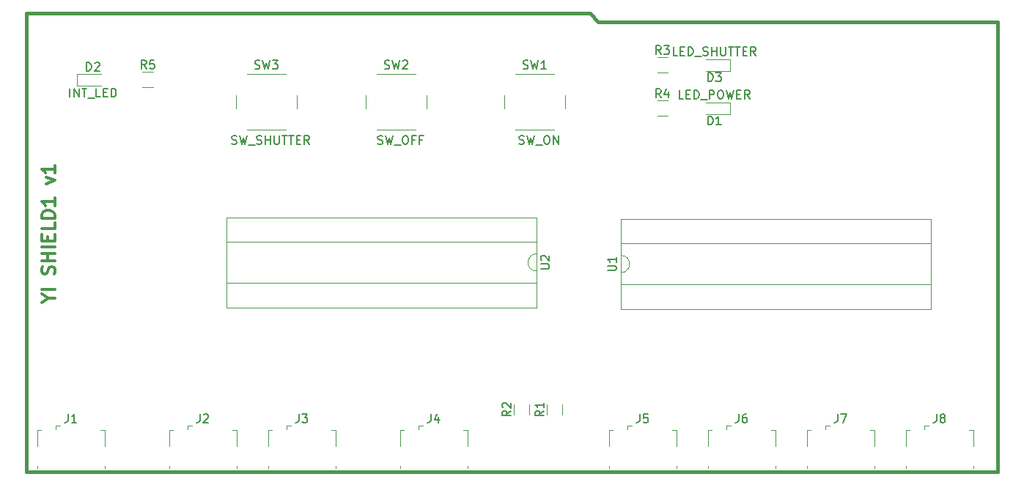
<source format=gbr>
G04 #@! TF.FileFunction,Legend,Top*
%FSLAX46Y46*%
G04 Gerber Fmt 4.6, Leading zero omitted, Abs format (unit mm)*
G04 Created by KiCad (PCBNEW 4.0.7) date 09/05/17 21:12:23*
%MOMM*%
%LPD*%
G01*
G04 APERTURE LIST*
%ADD10C,0.100000*%
%ADD11C,0.381000*%
%ADD12C,0.120000*%
%ADD13C,0.304800*%
%ADD14C,0.150000*%
G04 APERTURE END LIST*
D10*
D11*
X213626100Y-52003600D02*
X214601100Y-53003600D01*
X214601100Y-53003600D02*
X260726100Y-53003600D01*
X260726100Y-53003600D02*
X260751100Y-105003600D01*
X213676100Y-52003600D02*
X148501100Y-52003600D01*
X260701100Y-105003600D02*
X148501100Y-105003600D01*
X148501100Y-105003600D02*
X148501100Y-52003600D01*
D12*
X229800000Y-63700000D02*
X229800000Y-62300000D01*
X229800000Y-62300000D02*
X227000000Y-62300000D01*
X229800000Y-63700000D02*
X227000000Y-63700000D01*
X154410000Y-58990000D02*
X154410000Y-60390000D01*
X154410000Y-60390000D02*
X157210000Y-60390000D01*
X154410000Y-58990000D02*
X157210000Y-58990000D01*
X229800000Y-58700000D02*
X229800000Y-57300000D01*
X229800000Y-57300000D02*
X227000000Y-57300000D01*
X229800000Y-58700000D02*
X227000000Y-58700000D01*
X149770000Y-100220000D02*
X150220000Y-100220000D01*
X149770000Y-102070000D02*
X149770000Y-100220000D01*
X157570000Y-104620000D02*
X157570000Y-104370000D01*
X149770000Y-104620000D02*
X149770000Y-104370000D01*
X157570000Y-102070000D02*
X157570000Y-100220000D01*
X157570000Y-100220000D02*
X157120000Y-100220000D01*
X151970000Y-99670000D02*
X152420000Y-99670000D01*
X151970000Y-99670000D02*
X151970000Y-100120000D01*
X165010000Y-100220000D02*
X165460000Y-100220000D01*
X165010000Y-102070000D02*
X165010000Y-100220000D01*
X172810000Y-104620000D02*
X172810000Y-104370000D01*
X165010000Y-104620000D02*
X165010000Y-104370000D01*
X172810000Y-102070000D02*
X172810000Y-100220000D01*
X172810000Y-100220000D02*
X172360000Y-100220000D01*
X167210000Y-99670000D02*
X167660000Y-99670000D01*
X167210000Y-99670000D02*
X167210000Y-100120000D01*
X176440000Y-100220000D02*
X176890000Y-100220000D01*
X176440000Y-102070000D02*
X176440000Y-100220000D01*
X184240000Y-104620000D02*
X184240000Y-104370000D01*
X176440000Y-104620000D02*
X176440000Y-104370000D01*
X184240000Y-102070000D02*
X184240000Y-100220000D01*
X184240000Y-100220000D02*
X183790000Y-100220000D01*
X178640000Y-99670000D02*
X179090000Y-99670000D01*
X178640000Y-99670000D02*
X178640000Y-100120000D01*
X191680000Y-100220000D02*
X192130000Y-100220000D01*
X191680000Y-102070000D02*
X191680000Y-100220000D01*
X199480000Y-104620000D02*
X199480000Y-104370000D01*
X191680000Y-104620000D02*
X191680000Y-104370000D01*
X199480000Y-102070000D02*
X199480000Y-100220000D01*
X199480000Y-100220000D02*
X199030000Y-100220000D01*
X193880000Y-99670000D02*
X194330000Y-99670000D01*
X193880000Y-99670000D02*
X193880000Y-100120000D01*
X215810000Y-100220000D02*
X216260000Y-100220000D01*
X215810000Y-102070000D02*
X215810000Y-100220000D01*
X223610000Y-104620000D02*
X223610000Y-104370000D01*
X215810000Y-104620000D02*
X215810000Y-104370000D01*
X223610000Y-102070000D02*
X223610000Y-100220000D01*
X223610000Y-100220000D02*
X223160000Y-100220000D01*
X218010000Y-99670000D02*
X218460000Y-99670000D01*
X218010000Y-99670000D02*
X218010000Y-100120000D01*
X227240000Y-100220000D02*
X227690000Y-100220000D01*
X227240000Y-102070000D02*
X227240000Y-100220000D01*
X235040000Y-104620000D02*
X235040000Y-104370000D01*
X227240000Y-104620000D02*
X227240000Y-104370000D01*
X235040000Y-102070000D02*
X235040000Y-100220000D01*
X235040000Y-100220000D02*
X234590000Y-100220000D01*
X229440000Y-99670000D02*
X229890000Y-99670000D01*
X229440000Y-99670000D02*
X229440000Y-100120000D01*
X238670000Y-100220000D02*
X239120000Y-100220000D01*
X238670000Y-102070000D02*
X238670000Y-100220000D01*
X246470000Y-104620000D02*
X246470000Y-104370000D01*
X238670000Y-104620000D02*
X238670000Y-104370000D01*
X246470000Y-102070000D02*
X246470000Y-100220000D01*
X246470000Y-100220000D02*
X246020000Y-100220000D01*
X240870000Y-99670000D02*
X241320000Y-99670000D01*
X240870000Y-99670000D02*
X240870000Y-100120000D01*
X250100000Y-100220000D02*
X250550000Y-100220000D01*
X250100000Y-102070000D02*
X250100000Y-100220000D01*
X257900000Y-104620000D02*
X257900000Y-104370000D01*
X250100000Y-104620000D02*
X250100000Y-104370000D01*
X257900000Y-102070000D02*
X257900000Y-100220000D01*
X257900000Y-100220000D02*
X257450000Y-100220000D01*
X252300000Y-99670000D02*
X252750000Y-99670000D01*
X252300000Y-99670000D02*
X252300000Y-100120000D01*
X210430000Y-97190000D02*
X210430000Y-98390000D01*
X208670000Y-98390000D02*
X208670000Y-97190000D01*
X206620000Y-97190000D02*
X206620000Y-98390000D01*
X204860000Y-98390000D02*
X204860000Y-97190000D01*
X222600000Y-58880000D02*
X221400000Y-58880000D01*
X221400000Y-57120000D02*
X222600000Y-57120000D01*
X222600000Y-63880000D02*
X221400000Y-63880000D01*
X221400000Y-62120000D02*
X222600000Y-62120000D01*
X163160000Y-60570000D02*
X161960000Y-60570000D01*
X161960000Y-58810000D02*
X163160000Y-58810000D01*
X205000000Y-65500000D02*
X209500000Y-65500000D01*
X203750000Y-61500000D02*
X203750000Y-63000000D01*
X209500000Y-59000000D02*
X205000000Y-59000000D01*
X210750000Y-63000000D02*
X210750000Y-61500000D01*
X189000000Y-65500000D02*
X193500000Y-65500000D01*
X187750000Y-61500000D02*
X187750000Y-63000000D01*
X193500000Y-59000000D02*
X189000000Y-59000000D01*
X194750000Y-63000000D02*
X194750000Y-61500000D01*
X174000000Y-65500000D02*
X178500000Y-65500000D01*
X172750000Y-61500000D02*
X172750000Y-63000000D01*
X178500000Y-59000000D02*
X174000000Y-59000000D01*
X179750000Y-63000000D02*
X179750000Y-61500000D01*
X217210000Y-81990000D02*
X217210000Y-83360000D01*
X217210000Y-83360000D02*
X253010000Y-83360000D01*
X253010000Y-83360000D02*
X253010000Y-78620000D01*
X253010000Y-78620000D02*
X217210000Y-78620000D01*
X217210000Y-78620000D02*
X217210000Y-79990000D01*
X217210000Y-86190000D02*
X253010000Y-86190000D01*
X253010000Y-86190000D02*
X253010000Y-75790000D01*
X253010000Y-75790000D02*
X217210000Y-75790000D01*
X217210000Y-75790000D02*
X217210000Y-86190000D01*
X217210000Y-79990000D02*
G75*
G02X217210000Y-81990000I0J-1000000D01*
G01*
X207490000Y-79810000D02*
X207490000Y-78440000D01*
X207490000Y-78440000D02*
X171690000Y-78440000D01*
X171690000Y-78440000D02*
X171690000Y-83180000D01*
X171690000Y-83180000D02*
X207490000Y-83180000D01*
X207490000Y-83180000D02*
X207490000Y-81810000D01*
X207490000Y-75610000D02*
X171690000Y-75610000D01*
X171690000Y-75610000D02*
X171690000Y-86010000D01*
X171690000Y-86010000D02*
X207490000Y-86010000D01*
X207490000Y-86010000D02*
X207490000Y-75610000D01*
X207490000Y-81810000D02*
G75*
G02X207490000Y-79810000I0J1000000D01*
G01*
D13*
X151093714Y-84981143D02*
X151819429Y-84981143D01*
X150295429Y-85489143D02*
X151093714Y-84981143D01*
X150295429Y-84473143D01*
X151819429Y-83965143D02*
X150295429Y-83965143D01*
X151746857Y-82150857D02*
X151819429Y-81933143D01*
X151819429Y-81570286D01*
X151746857Y-81425143D01*
X151674286Y-81352572D01*
X151529143Y-81280000D01*
X151384000Y-81280000D01*
X151238857Y-81352572D01*
X151166286Y-81425143D01*
X151093714Y-81570286D01*
X151021143Y-81860572D01*
X150948571Y-82005714D01*
X150876000Y-82078286D01*
X150730857Y-82150857D01*
X150585714Y-82150857D01*
X150440571Y-82078286D01*
X150368000Y-82005714D01*
X150295429Y-81860572D01*
X150295429Y-81497714D01*
X150368000Y-81280000D01*
X151819429Y-80626857D02*
X150295429Y-80626857D01*
X151021143Y-80626857D02*
X151021143Y-79756000D01*
X151819429Y-79756000D02*
X150295429Y-79756000D01*
X151819429Y-79030286D02*
X150295429Y-79030286D01*
X151021143Y-78304572D02*
X151021143Y-77796572D01*
X151819429Y-77578858D02*
X151819429Y-78304572D01*
X150295429Y-78304572D01*
X150295429Y-77578858D01*
X151819429Y-76200001D02*
X151819429Y-76925715D01*
X150295429Y-76925715D01*
X151819429Y-75692001D02*
X150295429Y-75692001D01*
X150295429Y-75329144D01*
X150368000Y-75111429D01*
X150513143Y-74966287D01*
X150658286Y-74893715D01*
X150948571Y-74821144D01*
X151166286Y-74821144D01*
X151456571Y-74893715D01*
X151601714Y-74966287D01*
X151746857Y-75111429D01*
X151819429Y-75329144D01*
X151819429Y-75692001D01*
X151819429Y-73369715D02*
X151819429Y-74240572D01*
X151819429Y-73805144D02*
X150295429Y-73805144D01*
X150513143Y-73950287D01*
X150658286Y-74095429D01*
X150730857Y-74240572D01*
X150803429Y-71700572D02*
X151819429Y-71337715D01*
X150803429Y-70974857D01*
X151819429Y-69596000D02*
X151819429Y-70466857D01*
X151819429Y-70031429D02*
X150295429Y-70031429D01*
X150513143Y-70176572D01*
X150658286Y-70321714D01*
X150730857Y-70466857D01*
D14*
X227261905Y-64902381D02*
X227261905Y-63902381D01*
X227500000Y-63902381D01*
X227642858Y-63950000D01*
X227738096Y-64045238D01*
X227785715Y-64140476D01*
X227833334Y-64330952D01*
X227833334Y-64473810D01*
X227785715Y-64664286D01*
X227738096Y-64759524D01*
X227642858Y-64854762D01*
X227500000Y-64902381D01*
X227261905Y-64902381D01*
X228785715Y-64902381D02*
X228214286Y-64902381D01*
X228500000Y-64902381D02*
X228500000Y-63902381D01*
X228404762Y-64045238D01*
X228309524Y-64140476D01*
X228214286Y-64188095D01*
X224428572Y-61902381D02*
X223952381Y-61902381D01*
X223952381Y-60902381D01*
X224761905Y-61378571D02*
X225095239Y-61378571D01*
X225238096Y-61902381D02*
X224761905Y-61902381D01*
X224761905Y-60902381D01*
X225238096Y-60902381D01*
X225666667Y-61902381D02*
X225666667Y-60902381D01*
X225904762Y-60902381D01*
X226047620Y-60950000D01*
X226142858Y-61045238D01*
X226190477Y-61140476D01*
X226238096Y-61330952D01*
X226238096Y-61473810D01*
X226190477Y-61664286D01*
X226142858Y-61759524D01*
X226047620Y-61854762D01*
X225904762Y-61902381D01*
X225666667Y-61902381D01*
X226428572Y-61997619D02*
X227190477Y-61997619D01*
X227428572Y-61902381D02*
X227428572Y-60902381D01*
X227809525Y-60902381D01*
X227904763Y-60950000D01*
X227952382Y-60997619D01*
X228000001Y-61092857D01*
X228000001Y-61235714D01*
X227952382Y-61330952D01*
X227904763Y-61378571D01*
X227809525Y-61426190D01*
X227428572Y-61426190D01*
X228619048Y-60902381D02*
X228809525Y-60902381D01*
X228904763Y-60950000D01*
X229000001Y-61045238D01*
X229047620Y-61235714D01*
X229047620Y-61569048D01*
X229000001Y-61759524D01*
X228904763Y-61854762D01*
X228809525Y-61902381D01*
X228619048Y-61902381D01*
X228523810Y-61854762D01*
X228428572Y-61759524D01*
X228380953Y-61569048D01*
X228380953Y-61235714D01*
X228428572Y-61045238D01*
X228523810Y-60950000D01*
X228619048Y-60902381D01*
X229380953Y-60902381D02*
X229619048Y-61902381D01*
X229809525Y-61188095D01*
X230000001Y-61902381D01*
X230238096Y-60902381D01*
X230619048Y-61378571D02*
X230952382Y-61378571D01*
X231095239Y-61902381D02*
X230619048Y-61902381D01*
X230619048Y-60902381D01*
X231095239Y-60902381D01*
X232095239Y-61902381D02*
X231761905Y-61426190D01*
X231523810Y-61902381D02*
X231523810Y-60902381D01*
X231904763Y-60902381D01*
X232000001Y-60950000D01*
X232047620Y-60997619D01*
X232095239Y-61092857D01*
X232095239Y-61235714D01*
X232047620Y-61330952D01*
X232000001Y-61378571D01*
X231904763Y-61426190D01*
X231523810Y-61426190D01*
X155471905Y-58692381D02*
X155471905Y-57692381D01*
X155710000Y-57692381D01*
X155852858Y-57740000D01*
X155948096Y-57835238D01*
X155995715Y-57930476D01*
X156043334Y-58120952D01*
X156043334Y-58263810D01*
X155995715Y-58454286D01*
X155948096Y-58549524D01*
X155852858Y-58644762D01*
X155710000Y-58692381D01*
X155471905Y-58692381D01*
X156424286Y-57787619D02*
X156471905Y-57740000D01*
X156567143Y-57692381D01*
X156805239Y-57692381D01*
X156900477Y-57740000D01*
X156948096Y-57787619D01*
X156995715Y-57882857D01*
X156995715Y-57978095D01*
X156948096Y-58120952D01*
X156376667Y-58692381D01*
X156995715Y-58692381D01*
X153567143Y-61692381D02*
X153567143Y-60692381D01*
X154043333Y-61692381D02*
X154043333Y-60692381D01*
X154614762Y-61692381D01*
X154614762Y-60692381D01*
X154948095Y-60692381D02*
X155519524Y-60692381D01*
X155233809Y-61692381D02*
X155233809Y-60692381D01*
X155614762Y-61787619D02*
X156376667Y-61787619D01*
X157090953Y-61692381D02*
X156614762Y-61692381D01*
X156614762Y-60692381D01*
X157424286Y-61168571D02*
X157757620Y-61168571D01*
X157900477Y-61692381D02*
X157424286Y-61692381D01*
X157424286Y-60692381D01*
X157900477Y-60692381D01*
X158329048Y-61692381D02*
X158329048Y-60692381D01*
X158567143Y-60692381D01*
X158710001Y-60740000D01*
X158805239Y-60835238D01*
X158852858Y-60930476D01*
X158900477Y-61120952D01*
X158900477Y-61263810D01*
X158852858Y-61454286D01*
X158805239Y-61549524D01*
X158710001Y-61644762D01*
X158567143Y-61692381D01*
X158329048Y-61692381D01*
X227261905Y-59902381D02*
X227261905Y-58902381D01*
X227500000Y-58902381D01*
X227642858Y-58950000D01*
X227738096Y-59045238D01*
X227785715Y-59140476D01*
X227833334Y-59330952D01*
X227833334Y-59473810D01*
X227785715Y-59664286D01*
X227738096Y-59759524D01*
X227642858Y-59854762D01*
X227500000Y-59902381D01*
X227261905Y-59902381D01*
X228166667Y-58902381D02*
X228785715Y-58902381D01*
X228452381Y-59283333D01*
X228595239Y-59283333D01*
X228690477Y-59330952D01*
X228738096Y-59378571D01*
X228785715Y-59473810D01*
X228785715Y-59711905D01*
X228738096Y-59807143D01*
X228690477Y-59854762D01*
X228595239Y-59902381D01*
X228309524Y-59902381D01*
X228214286Y-59854762D01*
X228166667Y-59807143D01*
X223738095Y-56902381D02*
X223261904Y-56902381D01*
X223261904Y-55902381D01*
X224071428Y-56378571D02*
X224404762Y-56378571D01*
X224547619Y-56902381D02*
X224071428Y-56902381D01*
X224071428Y-55902381D01*
X224547619Y-55902381D01*
X224976190Y-56902381D02*
X224976190Y-55902381D01*
X225214285Y-55902381D01*
X225357143Y-55950000D01*
X225452381Y-56045238D01*
X225500000Y-56140476D01*
X225547619Y-56330952D01*
X225547619Y-56473810D01*
X225500000Y-56664286D01*
X225452381Y-56759524D01*
X225357143Y-56854762D01*
X225214285Y-56902381D01*
X224976190Y-56902381D01*
X225738095Y-56997619D02*
X226500000Y-56997619D01*
X226690476Y-56854762D02*
X226833333Y-56902381D01*
X227071429Y-56902381D01*
X227166667Y-56854762D01*
X227214286Y-56807143D01*
X227261905Y-56711905D01*
X227261905Y-56616667D01*
X227214286Y-56521429D01*
X227166667Y-56473810D01*
X227071429Y-56426190D01*
X226880952Y-56378571D01*
X226785714Y-56330952D01*
X226738095Y-56283333D01*
X226690476Y-56188095D01*
X226690476Y-56092857D01*
X226738095Y-55997619D01*
X226785714Y-55950000D01*
X226880952Y-55902381D01*
X227119048Y-55902381D01*
X227261905Y-55950000D01*
X227690476Y-56902381D02*
X227690476Y-55902381D01*
X227690476Y-56378571D02*
X228261905Y-56378571D01*
X228261905Y-56902381D02*
X228261905Y-55902381D01*
X228738095Y-55902381D02*
X228738095Y-56711905D01*
X228785714Y-56807143D01*
X228833333Y-56854762D01*
X228928571Y-56902381D01*
X229119048Y-56902381D01*
X229214286Y-56854762D01*
X229261905Y-56807143D01*
X229309524Y-56711905D01*
X229309524Y-55902381D01*
X229642857Y-55902381D02*
X230214286Y-55902381D01*
X229928571Y-56902381D02*
X229928571Y-55902381D01*
X230404762Y-55902381D02*
X230976191Y-55902381D01*
X230690476Y-56902381D02*
X230690476Y-55902381D01*
X231309524Y-56378571D02*
X231642858Y-56378571D01*
X231785715Y-56902381D02*
X231309524Y-56902381D01*
X231309524Y-55902381D01*
X231785715Y-55902381D01*
X232785715Y-56902381D02*
X232452381Y-56426190D01*
X232214286Y-56902381D02*
X232214286Y-55902381D01*
X232595239Y-55902381D01*
X232690477Y-55950000D01*
X232738096Y-55997619D01*
X232785715Y-56092857D01*
X232785715Y-56235714D01*
X232738096Y-56330952D01*
X232690477Y-56378571D01*
X232595239Y-56426190D01*
X232214286Y-56426190D01*
X153336667Y-98322381D02*
X153336667Y-99036667D01*
X153289047Y-99179524D01*
X153193809Y-99274762D01*
X153050952Y-99322381D01*
X152955714Y-99322381D01*
X154336667Y-99322381D02*
X153765238Y-99322381D01*
X154050952Y-99322381D02*
X154050952Y-98322381D01*
X153955714Y-98465238D01*
X153860476Y-98560476D01*
X153765238Y-98608095D01*
X168576667Y-98322381D02*
X168576667Y-99036667D01*
X168529047Y-99179524D01*
X168433809Y-99274762D01*
X168290952Y-99322381D01*
X168195714Y-99322381D01*
X169005238Y-98417619D02*
X169052857Y-98370000D01*
X169148095Y-98322381D01*
X169386191Y-98322381D01*
X169481429Y-98370000D01*
X169529048Y-98417619D01*
X169576667Y-98512857D01*
X169576667Y-98608095D01*
X169529048Y-98750952D01*
X168957619Y-99322381D01*
X169576667Y-99322381D01*
X180006667Y-98322381D02*
X180006667Y-99036667D01*
X179959047Y-99179524D01*
X179863809Y-99274762D01*
X179720952Y-99322381D01*
X179625714Y-99322381D01*
X180387619Y-98322381D02*
X181006667Y-98322381D01*
X180673333Y-98703333D01*
X180816191Y-98703333D01*
X180911429Y-98750952D01*
X180959048Y-98798571D01*
X181006667Y-98893810D01*
X181006667Y-99131905D01*
X180959048Y-99227143D01*
X180911429Y-99274762D01*
X180816191Y-99322381D01*
X180530476Y-99322381D01*
X180435238Y-99274762D01*
X180387619Y-99227143D01*
X195246667Y-98322381D02*
X195246667Y-99036667D01*
X195199047Y-99179524D01*
X195103809Y-99274762D01*
X194960952Y-99322381D01*
X194865714Y-99322381D01*
X196151429Y-98655714D02*
X196151429Y-99322381D01*
X195913333Y-98274762D02*
X195675238Y-98989048D01*
X196294286Y-98989048D01*
X219376667Y-98322381D02*
X219376667Y-99036667D01*
X219329047Y-99179524D01*
X219233809Y-99274762D01*
X219090952Y-99322381D01*
X218995714Y-99322381D01*
X220329048Y-98322381D02*
X219852857Y-98322381D01*
X219805238Y-98798571D01*
X219852857Y-98750952D01*
X219948095Y-98703333D01*
X220186191Y-98703333D01*
X220281429Y-98750952D01*
X220329048Y-98798571D01*
X220376667Y-98893810D01*
X220376667Y-99131905D01*
X220329048Y-99227143D01*
X220281429Y-99274762D01*
X220186191Y-99322381D01*
X219948095Y-99322381D01*
X219852857Y-99274762D01*
X219805238Y-99227143D01*
X230806667Y-98322381D02*
X230806667Y-99036667D01*
X230759047Y-99179524D01*
X230663809Y-99274762D01*
X230520952Y-99322381D01*
X230425714Y-99322381D01*
X231711429Y-98322381D02*
X231520952Y-98322381D01*
X231425714Y-98370000D01*
X231378095Y-98417619D01*
X231282857Y-98560476D01*
X231235238Y-98750952D01*
X231235238Y-99131905D01*
X231282857Y-99227143D01*
X231330476Y-99274762D01*
X231425714Y-99322381D01*
X231616191Y-99322381D01*
X231711429Y-99274762D01*
X231759048Y-99227143D01*
X231806667Y-99131905D01*
X231806667Y-98893810D01*
X231759048Y-98798571D01*
X231711429Y-98750952D01*
X231616191Y-98703333D01*
X231425714Y-98703333D01*
X231330476Y-98750952D01*
X231282857Y-98798571D01*
X231235238Y-98893810D01*
X242236667Y-98322381D02*
X242236667Y-99036667D01*
X242189047Y-99179524D01*
X242093809Y-99274762D01*
X241950952Y-99322381D01*
X241855714Y-99322381D01*
X242617619Y-98322381D02*
X243284286Y-98322381D01*
X242855714Y-99322381D01*
X253666667Y-98322381D02*
X253666667Y-99036667D01*
X253619047Y-99179524D01*
X253523809Y-99274762D01*
X253380952Y-99322381D01*
X253285714Y-99322381D01*
X254285714Y-98750952D02*
X254190476Y-98703333D01*
X254142857Y-98655714D01*
X254095238Y-98560476D01*
X254095238Y-98512857D01*
X254142857Y-98417619D01*
X254190476Y-98370000D01*
X254285714Y-98322381D01*
X254476191Y-98322381D01*
X254571429Y-98370000D01*
X254619048Y-98417619D01*
X254666667Y-98512857D01*
X254666667Y-98560476D01*
X254619048Y-98655714D01*
X254571429Y-98703333D01*
X254476191Y-98750952D01*
X254285714Y-98750952D01*
X254190476Y-98798571D01*
X254142857Y-98846190D01*
X254095238Y-98941429D01*
X254095238Y-99131905D01*
X254142857Y-99227143D01*
X254190476Y-99274762D01*
X254285714Y-99322381D01*
X254476191Y-99322381D01*
X254571429Y-99274762D01*
X254619048Y-99227143D01*
X254666667Y-99131905D01*
X254666667Y-98941429D01*
X254619048Y-98846190D01*
X254571429Y-98798571D01*
X254476191Y-98750952D01*
X208302381Y-97956666D02*
X207826190Y-98290000D01*
X208302381Y-98528095D02*
X207302381Y-98528095D01*
X207302381Y-98147142D01*
X207350000Y-98051904D01*
X207397619Y-98004285D01*
X207492857Y-97956666D01*
X207635714Y-97956666D01*
X207730952Y-98004285D01*
X207778571Y-98051904D01*
X207826190Y-98147142D01*
X207826190Y-98528095D01*
X208302381Y-97004285D02*
X208302381Y-97575714D01*
X208302381Y-97290000D02*
X207302381Y-97290000D01*
X207445238Y-97385238D01*
X207540476Y-97480476D01*
X207588095Y-97575714D01*
X204492381Y-97956666D02*
X204016190Y-98290000D01*
X204492381Y-98528095D02*
X203492381Y-98528095D01*
X203492381Y-98147142D01*
X203540000Y-98051904D01*
X203587619Y-98004285D01*
X203682857Y-97956666D01*
X203825714Y-97956666D01*
X203920952Y-98004285D01*
X203968571Y-98051904D01*
X204016190Y-98147142D01*
X204016190Y-98528095D01*
X203587619Y-97575714D02*
X203540000Y-97528095D01*
X203492381Y-97432857D01*
X203492381Y-97194761D01*
X203540000Y-97099523D01*
X203587619Y-97051904D01*
X203682857Y-97004285D01*
X203778095Y-97004285D01*
X203920952Y-97051904D01*
X204492381Y-97623333D01*
X204492381Y-97004285D01*
X221833334Y-56752381D02*
X221500000Y-56276190D01*
X221261905Y-56752381D02*
X221261905Y-55752381D01*
X221642858Y-55752381D01*
X221738096Y-55800000D01*
X221785715Y-55847619D01*
X221833334Y-55942857D01*
X221833334Y-56085714D01*
X221785715Y-56180952D01*
X221738096Y-56228571D01*
X221642858Y-56276190D01*
X221261905Y-56276190D01*
X222166667Y-55752381D02*
X222785715Y-55752381D01*
X222452381Y-56133333D01*
X222595239Y-56133333D01*
X222690477Y-56180952D01*
X222738096Y-56228571D01*
X222785715Y-56323810D01*
X222785715Y-56561905D01*
X222738096Y-56657143D01*
X222690477Y-56704762D01*
X222595239Y-56752381D01*
X222309524Y-56752381D01*
X222214286Y-56704762D01*
X222166667Y-56657143D01*
X221833334Y-61752381D02*
X221500000Y-61276190D01*
X221261905Y-61752381D02*
X221261905Y-60752381D01*
X221642858Y-60752381D01*
X221738096Y-60800000D01*
X221785715Y-60847619D01*
X221833334Y-60942857D01*
X221833334Y-61085714D01*
X221785715Y-61180952D01*
X221738096Y-61228571D01*
X221642858Y-61276190D01*
X221261905Y-61276190D01*
X222690477Y-61085714D02*
X222690477Y-61752381D01*
X222452381Y-60704762D02*
X222214286Y-61419048D01*
X222833334Y-61419048D01*
X162393334Y-58442381D02*
X162060000Y-57966190D01*
X161821905Y-58442381D02*
X161821905Y-57442381D01*
X162202858Y-57442381D01*
X162298096Y-57490000D01*
X162345715Y-57537619D01*
X162393334Y-57632857D01*
X162393334Y-57775714D01*
X162345715Y-57870952D01*
X162298096Y-57918571D01*
X162202858Y-57966190D01*
X161821905Y-57966190D01*
X163298096Y-57442381D02*
X162821905Y-57442381D01*
X162774286Y-57918571D01*
X162821905Y-57870952D01*
X162917143Y-57823333D01*
X163155239Y-57823333D01*
X163250477Y-57870952D01*
X163298096Y-57918571D01*
X163345715Y-58013810D01*
X163345715Y-58251905D01*
X163298096Y-58347143D01*
X163250477Y-58394762D01*
X163155239Y-58442381D01*
X162917143Y-58442381D01*
X162821905Y-58394762D01*
X162774286Y-58347143D01*
X205916667Y-58404762D02*
X206059524Y-58452381D01*
X206297620Y-58452381D01*
X206392858Y-58404762D01*
X206440477Y-58357143D01*
X206488096Y-58261905D01*
X206488096Y-58166667D01*
X206440477Y-58071429D01*
X206392858Y-58023810D01*
X206297620Y-57976190D01*
X206107143Y-57928571D01*
X206011905Y-57880952D01*
X205964286Y-57833333D01*
X205916667Y-57738095D01*
X205916667Y-57642857D01*
X205964286Y-57547619D01*
X206011905Y-57500000D01*
X206107143Y-57452381D01*
X206345239Y-57452381D01*
X206488096Y-57500000D01*
X206821429Y-57452381D02*
X207059524Y-58452381D01*
X207250001Y-57738095D01*
X207440477Y-58452381D01*
X207678572Y-57452381D01*
X208583334Y-58452381D02*
X208011905Y-58452381D01*
X208297619Y-58452381D02*
X208297619Y-57452381D01*
X208202381Y-57595238D01*
X208107143Y-57690476D01*
X208011905Y-57738095D01*
X205464286Y-67104762D02*
X205607143Y-67152381D01*
X205845239Y-67152381D01*
X205940477Y-67104762D01*
X205988096Y-67057143D01*
X206035715Y-66961905D01*
X206035715Y-66866667D01*
X205988096Y-66771429D01*
X205940477Y-66723810D01*
X205845239Y-66676190D01*
X205654762Y-66628571D01*
X205559524Y-66580952D01*
X205511905Y-66533333D01*
X205464286Y-66438095D01*
X205464286Y-66342857D01*
X205511905Y-66247619D01*
X205559524Y-66200000D01*
X205654762Y-66152381D01*
X205892858Y-66152381D01*
X206035715Y-66200000D01*
X206369048Y-66152381D02*
X206607143Y-67152381D01*
X206797620Y-66438095D01*
X206988096Y-67152381D01*
X207226191Y-66152381D01*
X207369048Y-67247619D02*
X208130953Y-67247619D01*
X208559524Y-66152381D02*
X208750001Y-66152381D01*
X208845239Y-66200000D01*
X208940477Y-66295238D01*
X208988096Y-66485714D01*
X208988096Y-66819048D01*
X208940477Y-67009524D01*
X208845239Y-67104762D01*
X208750001Y-67152381D01*
X208559524Y-67152381D01*
X208464286Y-67104762D01*
X208369048Y-67009524D01*
X208321429Y-66819048D01*
X208321429Y-66485714D01*
X208369048Y-66295238D01*
X208464286Y-66200000D01*
X208559524Y-66152381D01*
X209416667Y-67152381D02*
X209416667Y-66152381D01*
X209988096Y-67152381D01*
X209988096Y-66152381D01*
X189916667Y-58404762D02*
X190059524Y-58452381D01*
X190297620Y-58452381D01*
X190392858Y-58404762D01*
X190440477Y-58357143D01*
X190488096Y-58261905D01*
X190488096Y-58166667D01*
X190440477Y-58071429D01*
X190392858Y-58023810D01*
X190297620Y-57976190D01*
X190107143Y-57928571D01*
X190011905Y-57880952D01*
X189964286Y-57833333D01*
X189916667Y-57738095D01*
X189916667Y-57642857D01*
X189964286Y-57547619D01*
X190011905Y-57500000D01*
X190107143Y-57452381D01*
X190345239Y-57452381D01*
X190488096Y-57500000D01*
X190821429Y-57452381D02*
X191059524Y-58452381D01*
X191250001Y-57738095D01*
X191440477Y-58452381D01*
X191678572Y-57452381D01*
X192011905Y-57547619D02*
X192059524Y-57500000D01*
X192154762Y-57452381D01*
X192392858Y-57452381D01*
X192488096Y-57500000D01*
X192535715Y-57547619D01*
X192583334Y-57642857D01*
X192583334Y-57738095D01*
X192535715Y-57880952D01*
X191964286Y-58452381D01*
X192583334Y-58452381D01*
X189130952Y-67104762D02*
X189273809Y-67152381D01*
X189511905Y-67152381D01*
X189607143Y-67104762D01*
X189654762Y-67057143D01*
X189702381Y-66961905D01*
X189702381Y-66866667D01*
X189654762Y-66771429D01*
X189607143Y-66723810D01*
X189511905Y-66676190D01*
X189321428Y-66628571D01*
X189226190Y-66580952D01*
X189178571Y-66533333D01*
X189130952Y-66438095D01*
X189130952Y-66342857D01*
X189178571Y-66247619D01*
X189226190Y-66200000D01*
X189321428Y-66152381D01*
X189559524Y-66152381D01*
X189702381Y-66200000D01*
X190035714Y-66152381D02*
X190273809Y-67152381D01*
X190464286Y-66438095D01*
X190654762Y-67152381D01*
X190892857Y-66152381D01*
X191035714Y-67247619D02*
X191797619Y-67247619D01*
X192226190Y-66152381D02*
X192416667Y-66152381D01*
X192511905Y-66200000D01*
X192607143Y-66295238D01*
X192654762Y-66485714D01*
X192654762Y-66819048D01*
X192607143Y-67009524D01*
X192511905Y-67104762D01*
X192416667Y-67152381D01*
X192226190Y-67152381D01*
X192130952Y-67104762D01*
X192035714Y-67009524D01*
X191988095Y-66819048D01*
X191988095Y-66485714D01*
X192035714Y-66295238D01*
X192130952Y-66200000D01*
X192226190Y-66152381D01*
X193416667Y-66628571D02*
X193083333Y-66628571D01*
X193083333Y-67152381D02*
X193083333Y-66152381D01*
X193559524Y-66152381D01*
X194273810Y-66628571D02*
X193940476Y-66628571D01*
X193940476Y-67152381D02*
X193940476Y-66152381D01*
X194416667Y-66152381D01*
X174916667Y-58404762D02*
X175059524Y-58452381D01*
X175297620Y-58452381D01*
X175392858Y-58404762D01*
X175440477Y-58357143D01*
X175488096Y-58261905D01*
X175488096Y-58166667D01*
X175440477Y-58071429D01*
X175392858Y-58023810D01*
X175297620Y-57976190D01*
X175107143Y-57928571D01*
X175011905Y-57880952D01*
X174964286Y-57833333D01*
X174916667Y-57738095D01*
X174916667Y-57642857D01*
X174964286Y-57547619D01*
X175011905Y-57500000D01*
X175107143Y-57452381D01*
X175345239Y-57452381D01*
X175488096Y-57500000D01*
X175821429Y-57452381D02*
X176059524Y-58452381D01*
X176250001Y-57738095D01*
X176440477Y-58452381D01*
X176678572Y-57452381D01*
X176964286Y-57452381D02*
X177583334Y-57452381D01*
X177250000Y-57833333D01*
X177392858Y-57833333D01*
X177488096Y-57880952D01*
X177535715Y-57928571D01*
X177583334Y-58023810D01*
X177583334Y-58261905D01*
X177535715Y-58357143D01*
X177488096Y-58404762D01*
X177392858Y-58452381D01*
X177107143Y-58452381D01*
X177011905Y-58404762D01*
X176964286Y-58357143D01*
X172273809Y-67104762D02*
X172416666Y-67152381D01*
X172654762Y-67152381D01*
X172750000Y-67104762D01*
X172797619Y-67057143D01*
X172845238Y-66961905D01*
X172845238Y-66866667D01*
X172797619Y-66771429D01*
X172750000Y-66723810D01*
X172654762Y-66676190D01*
X172464285Y-66628571D01*
X172369047Y-66580952D01*
X172321428Y-66533333D01*
X172273809Y-66438095D01*
X172273809Y-66342857D01*
X172321428Y-66247619D01*
X172369047Y-66200000D01*
X172464285Y-66152381D01*
X172702381Y-66152381D01*
X172845238Y-66200000D01*
X173178571Y-66152381D02*
X173416666Y-67152381D01*
X173607143Y-66438095D01*
X173797619Y-67152381D01*
X174035714Y-66152381D01*
X174178571Y-67247619D02*
X174940476Y-67247619D01*
X175130952Y-67104762D02*
X175273809Y-67152381D01*
X175511905Y-67152381D01*
X175607143Y-67104762D01*
X175654762Y-67057143D01*
X175702381Y-66961905D01*
X175702381Y-66866667D01*
X175654762Y-66771429D01*
X175607143Y-66723810D01*
X175511905Y-66676190D01*
X175321428Y-66628571D01*
X175226190Y-66580952D01*
X175178571Y-66533333D01*
X175130952Y-66438095D01*
X175130952Y-66342857D01*
X175178571Y-66247619D01*
X175226190Y-66200000D01*
X175321428Y-66152381D01*
X175559524Y-66152381D01*
X175702381Y-66200000D01*
X176130952Y-67152381D02*
X176130952Y-66152381D01*
X176130952Y-66628571D02*
X176702381Y-66628571D01*
X176702381Y-67152381D02*
X176702381Y-66152381D01*
X177178571Y-66152381D02*
X177178571Y-66961905D01*
X177226190Y-67057143D01*
X177273809Y-67104762D01*
X177369047Y-67152381D01*
X177559524Y-67152381D01*
X177654762Y-67104762D01*
X177702381Y-67057143D01*
X177750000Y-66961905D01*
X177750000Y-66152381D01*
X178083333Y-66152381D02*
X178654762Y-66152381D01*
X178369047Y-67152381D02*
X178369047Y-66152381D01*
X178845238Y-66152381D02*
X179416667Y-66152381D01*
X179130952Y-67152381D02*
X179130952Y-66152381D01*
X179750000Y-66628571D02*
X180083334Y-66628571D01*
X180226191Y-67152381D02*
X179750000Y-67152381D01*
X179750000Y-66152381D01*
X180226191Y-66152381D01*
X181226191Y-67152381D02*
X180892857Y-66676190D01*
X180654762Y-67152381D02*
X180654762Y-66152381D01*
X181035715Y-66152381D01*
X181130953Y-66200000D01*
X181178572Y-66247619D01*
X181226191Y-66342857D01*
X181226191Y-66485714D01*
X181178572Y-66580952D01*
X181130953Y-66628571D01*
X181035715Y-66676190D01*
X180654762Y-66676190D01*
X215662381Y-81751905D02*
X216471905Y-81751905D01*
X216567143Y-81704286D01*
X216614762Y-81656667D01*
X216662381Y-81561429D01*
X216662381Y-81370952D01*
X216614762Y-81275714D01*
X216567143Y-81228095D01*
X216471905Y-81180476D01*
X215662381Y-81180476D01*
X216662381Y-80180476D02*
X216662381Y-80751905D01*
X216662381Y-80466191D02*
X215662381Y-80466191D01*
X215805238Y-80561429D01*
X215900476Y-80656667D01*
X215948095Y-80751905D01*
X207942381Y-81571905D02*
X208751905Y-81571905D01*
X208847143Y-81524286D01*
X208894762Y-81476667D01*
X208942381Y-81381429D01*
X208942381Y-81190952D01*
X208894762Y-81095714D01*
X208847143Y-81048095D01*
X208751905Y-81000476D01*
X207942381Y-81000476D01*
X208037619Y-80571905D02*
X207990000Y-80524286D01*
X207942381Y-80429048D01*
X207942381Y-80190952D01*
X207990000Y-80095714D01*
X208037619Y-80048095D01*
X208132857Y-80000476D01*
X208228095Y-80000476D01*
X208370952Y-80048095D01*
X208942381Y-80619524D01*
X208942381Y-80000476D01*
M02*

</source>
